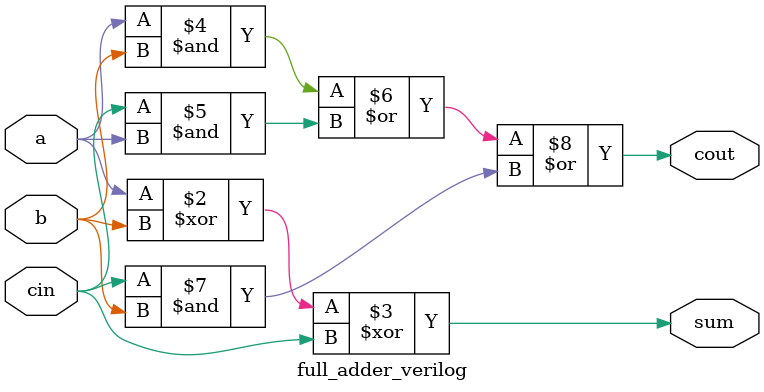
<source format=v>
module full_adder_verilog(
	input a,
	input b,
	input cin,
	output reg sum,
	output reg cout
);

	always @(*)
	begin
		sum  = a ^ b ^ cin;
		cout = (a & b) | (cin & a) | (cin & b);
	end

endmodule
</source>
